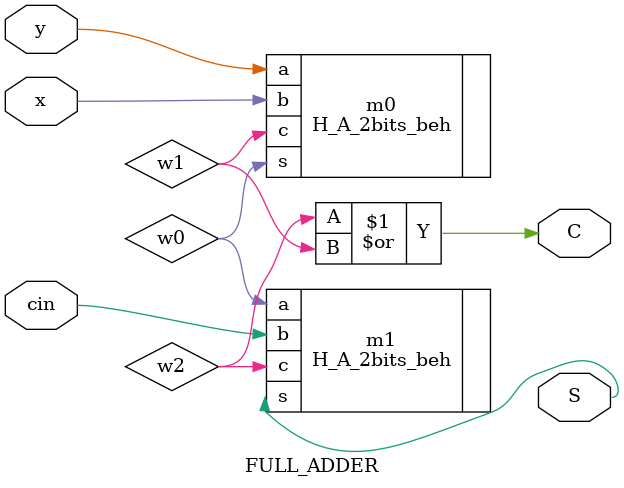
<source format=v>
`timescale 1ns / 1ps


module FULL_ADDER(
    input cin,
    input y,
    input x,
    output S,
    output C
    );
 
    wire w0 ,w1 ,w2;
    H_A_2bits_beh m0(
        .a(y),
        .b(x),
        .s(w0),
        .c(w1)
        );
        
         H_A_2bits_beh m1(
        .a(w0),
        .b(cin),
        .s(S),
        .c(w2)
        );

        assign C = w2|w1 ;
        
          
endmodule

</source>
